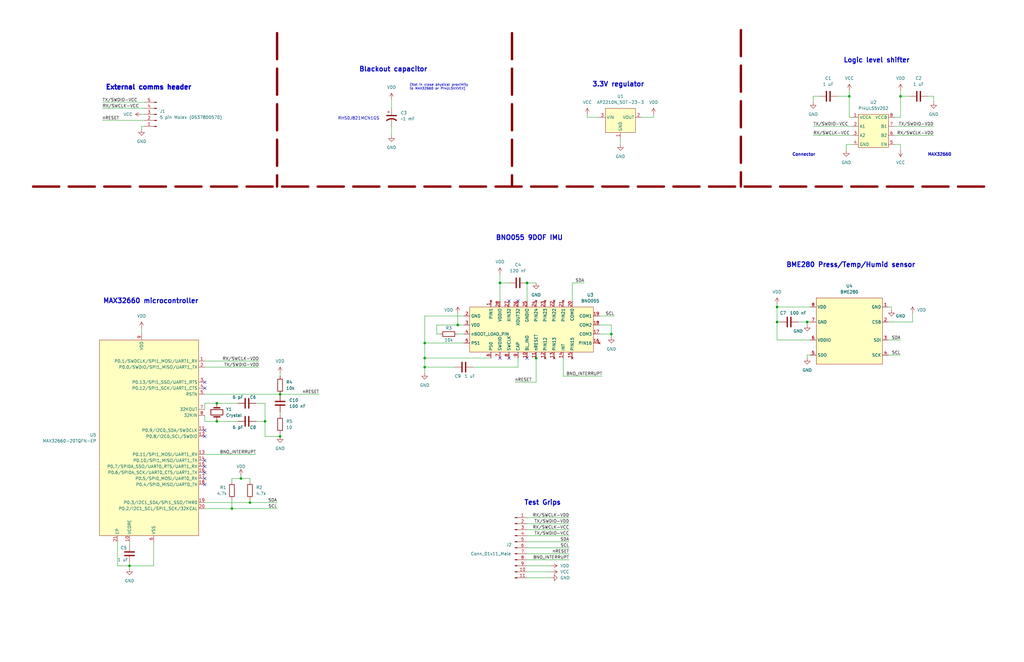
<source format=kicad_sch>
(kicad_sch (version 20211123) (generator eeschema)
  (paper "B")
  (title_block (title "Universal Kinematics Data Aquisition Board") (date "2023-02-23") (rev "2") (company "Lilypad Aerospace") (comment 1 "Public release: No") (comment 2 "Production:") (comment 3 "Approved by: ") (comment 4 "Engineer: Joseph Hayes"))
  (lib_symbols
    (symbol "Connector:Conn_01x05_Male" (pin_names (offset 1.016) hide)
      (property "Reference" "J" (at 0 7.62 0))
      (property "Value" "Conn_01x05_Male" (at 0 -7.62 0))
      (symbol "Conn_01x05_Male_1_1"
        (polyline (pts (xy 1.27 -5.08) (xy 0.8636 -5.08)) (stroke (width 0.1524)))
        (polyline (pts (xy 1.27 -2.54) (xy 0.8636 -2.54)) (stroke (width 0.1524)))
        (polyline (pts (xy 1.27 0) (xy 0.8636 0)) (stroke (width 0.1524)))
        (polyline (pts (xy 1.27 2.54) (xy 0.8636 2.54)) (stroke (width 0.1524)))
        (polyline (pts (xy 1.27 5.08) (xy 0.8636 5.08)) (stroke (width 0.1524)))
        (rectangle (start 0.8636 -4.953) (end 0 -5.207) (stroke (width 0.1524)) (fill (type outline)))
        (rectangle (start 0.8636 -2.413) (end 0 -2.667) (stroke (width 0.1524)) (fill (type outline)))
        (rectangle (start 0.8636 0.127) (end 0 -0.127) (stroke (width 0.1524)) (fill (type outline)))
        (rectangle (start 0.8636 2.667) (end 0 2.413) (stroke (width 0.1524)) (fill (type outline)))
        (rectangle (start 0.8636 5.207) (end 0 4.953) (stroke (width 0.1524)) (fill (type outline)))
        (pin passive line (at 5.08 5.08 180) (length 3.81) (name "Pin_1") (number "1"))
        (pin passive line (at 5.08 2.54 180) (length 3.81) (name "Pin_2") (number "2"))
        (pin passive line (at 5.08 0 180) (length 3.81) (name "Pin_3") (number "3"))
        (pin passive line (at 5.08 -2.54 180) (length 3.81) (name "Pin_4") (number "4"))
        (pin passive line (at 5.08 -5.08 180) (length 3.81) (name "Pin_5") (number "5"))
      )
    )
    (symbol "Connector:Conn_01x11_Male" (pin_names (offset 1.016) hide)
      (property "Reference" "J" (at 0 15.24 0))
      (property "Value" "Conn_01x11_Male" (at 0 -15.24 0))
      (symbol "Conn_01x11_Male_1_1"
        (polyline (pts (xy 1.27 -12.7) (xy 0.8636 -12.7)) (stroke (width 0.1524)))
        (polyline (pts (xy 1.27 -10.16) (xy 0.8636 -10.16)) (stroke (width 0.1524)))
        (polyline (pts (xy 1.27 -7.62) (xy 0.8636 -7.62)) (stroke (width 0.1524)))
        (polyline (pts (xy 1.27 -5.08) (xy 0.8636 -5.08)) (stroke (width 0.1524)))
        (polyline (pts (xy 1.27 -2.54) (xy 0.8636 -2.54)) (stroke (width 0.1524)))
        (polyline (pts (xy 1.27 0) (xy 0.8636 0)) (stroke (width 0.1524)))
        (polyline (pts (xy 1.27 2.54) (xy 0.8636 2.54)) (stroke (width 0.1524)))
        (polyline (pts (xy 1.27 5.08) (xy 0.8636 5.08)) (stroke (width 0.1524)))
        (polyline (pts (xy 1.27 7.62) (xy 0.8636 7.62)) (stroke (width 0.1524)))
        (polyline (pts (xy 1.27 10.16) (xy 0.8636 10.16)) (stroke (width 0.1524)))
        (polyline (pts (xy 1.27 12.7) (xy 0.8636 12.7)) (stroke (width 0.1524)))
        (rectangle (start 0.8636 -12.573) (end 0 -12.827) (stroke (width 0.1524)) (fill (type outline)))
        (rectangle (start 0.8636 -10.033) (end 0 -10.287) (stroke (width 0.1524)) (fill (type outline)))
        (rectangle (start 0.8636 -7.493) (end 0 -7.747) (stroke (width 0.1524)) (fill (type outline)))
        (rectangle (start 0.8636 -4.953) (end 0 -5.207) (stroke (width 0.1524)) (fill (type outline)))
        (rectangle (start 0.8636 -2.413) (end 0 -2.667) (stroke (width 0.1524)) (fill (type outline)))
        (rectangle (start 0.8636 0.127) (end 0 -0.127) (stroke (width 0.1524)) (fill (type outline)))
        (rectangle (start 0.8636 2.667) (end 0 2.413) (stroke (width 0.1524)) (fill (type outline)))
        (rectangle (start 0.8636 5.207) (end 0 4.953) (stroke (width 0.1524)) (fill (type outline)))
        (rectangle (start 0.8636 7.747) (end 0 7.493) (stroke (width 0.1524)) (fill (type outline)))
        (rectangle (start 0.8636 10.287) (end 0 10.033) (stroke (width 0.1524)) (fill (type outline)))
        (rectangle (start 0.8636 12.827) (end 0 12.573) (stroke (width 0.1524)) (fill (type outline)))
        (pin passive line (at 5.08 12.7 180) (length 3.81) (name "Pin_1") (number "1"))
        (pin passive line (at 5.08 -10.16 180) (length 3.81) (name "Pin_10") (number "10"))
        (pin passive line (at 5.08 -12.7 180) (length 3.81) (name "Pin_11") (number "11"))
        (pin passive line (at 5.08 10.16 180) (length 3.81) (name "Pin_2") (number "2"))
        (pin passive line (at 5.08 7.62 180) (length 3.81) (name "Pin_3") (number "3"))
        (pin passive line (at 5.08 5.08 180) (length 3.81) (name "Pin_4") (number "4"))
        (pin passive line (at 5.08 2.54 180) (length 3.81) (name "Pin_5") (number "5"))
        (pin passive line (at 5.08 0 180) (length 3.81) (name "Pin_6") (number "6"))
        (pin passive line (at 5.08 -2.54 180) (length 3.81) (name "Pin_7") (number "7"))
        (pin passive line (at 5.08 -5.08 180) (length 3.81) (name "Pin_8") (number "8"))
        (pin passive line (at 5.08 -7.62 180) (length 3.81) (name "Pin_9") (number "9"))
      )
    )
    (symbol "Device:C" (pin_numbers hide) (pin_names (offset 0.254))
      (property "Reference" "C" (at 0.635 2.54 0))
      (property "Value" "C" (at 0.635 -2.54 0))
      (symbol "C_0_1"
        (polyline (pts (xy -2.032 -0.762) (xy 2.032 -0.762)) (stroke (width 0.508)))
        (polyline (pts (xy -2.032 0.762) (xy 2.032 0.762)) (stroke (width 0.508)))
      )
      (symbol "C_1_1"
        (pin passive line (at 0 3.81 270) (length 2.794) (name "~") (number "1"))
        (pin passive line (at 0 -3.81 90) (length 2.794) (name "~") (number "2"))
      )
    )
    (symbol "Device:C_Polarized_US" (pin_numbers hide) (pin_names (offset 0.254) hide)
      (property "Reference" "C" (at 0.635 2.54 0))
      (property "Value" "C_Polarized_US" (at 0.635 -2.54 0))
      (symbol "C_Polarized_US_0_1"
        (polyline (pts (xy -2.032 0.762) (xy 2.032 0.762)) (stroke (width 0.508)))
        (polyline (pts (xy -1.778 2.286) (xy -0.762 2.286)))
        (polyline (pts (xy -1.27 1.778) (xy -1.27 2.794)))
        (arc (start 2.032 -1.27) (mid 0 -0.5572) (end -2.032 -1.27) (stroke (width 0.508)))
      )
      (symbol "C_Polarized_US_1_1"
        (pin passive line (at 0 3.81 270) (length 2.794) (name "~") (number "1"))
        (pin passive line (at 0 -3.81 90) (length 3.302) (name "~") (number "2"))
      )
    )
    (symbol "Device:Crystal" (pin_numbers hide) (pin_names (offset 1.016) hide)
      (property "Reference" "Y" (at 0 3.81 0))
      (property "Value" "Crystal" (at 0 -3.81 0))
      (symbol "Crystal_0_1"
        (rectangle (start -1.143 2.54) (end 1.143 -2.54) (stroke (width 0.3048)))
        (polyline (pts (xy -2.54 0) (xy -1.905 0)))
        (polyline (pts (xy -1.905 -1.27) (xy -1.905 1.27)) (stroke (width 0.508)))
        (polyline (pts (xy 1.905 -1.27) (xy 1.905 1.27)) (stroke (width 0.508)))
        (polyline (pts (xy 2.54 0) (xy 1.905 0)))
      )
      (symbol "Crystal_1_1"
        (pin passive line (at -3.81 0 0) (length 1.27) (name "1") (number "1"))
        (pin passive line (at 3.81 0 180) (length 1.27) (name "2") (number "2"))
      )
    )
    (symbol "Device:R" (pin_numbers hide) (pin_names (offset 0))
      (property "Reference" "R" (at 2.032 0 90))
      (property "Value" "R" (at 0 0 90))
      (symbol "R_0_1"
        (rectangle (start -1.016 -2.54) (end 1.016 2.54) (stroke (width 0.254)))
      )
      (symbol "R_1_1"
        (pin passive line (at 0 3.81 270) (length 1.27) (name "~") (number "1"))
        (pin passive line (at 0 -3.81 90) (length 1.27) (name "~") (number "2"))
      )
    )
    (symbol "Joseph:AP2210N_SOT-23-3"
      (property "Reference" "U" (at 6.35 -6.35 0))
      (property "Value" "AP2210N_SOT-23-3" (at 0 6.35 0))
      (symbol "AP2210N_SOT-23-3_0_0"
        (pin power_in line (at 0 -7.62 90) (length 2.54) (name "GND") (number "1"))
        (pin power_out line (at 8.89 1.27 180) (length 2.54) (name "VOUT") (number "2"))
        (pin power_out line (at -8.89 1.27 0) (length 2.54) (name "VIN") (number "3"))
      )
      (symbol "AP2210N_SOT-23-3_0_1"
        (rectangle (start -6.35 5.08) (end 6.35 -5.08) (fill (type background)))
      )
    )
    (symbol "Joseph:BME280"
      (property "Reference" "U4" (at 0 19.05 0))
      (property "Value" "BME280" (at 0 16.51 0))
      (symbol "BME280_0_0"
        (pin power_in line (at 16.51 10.16 180) (length 2.54) (name "GND") (number "1"))
        (pin input line (at 16.51 3.81 180) (length 2.54) (name "CSB") (number "2"))
        (pin input line (at 16.51 -3.81 180) (length 2.54) (name "SDI") (number "3"))
        (pin input line (at 16.51 -10.16 180) (length 2.54) (name "SCK") (number "4"))
        (pin power_out line (at -16.51 -10.16 0) (length 2.54) (name "SDO") (number "5"))
        (pin power_in line (at -16.51 -3.81 0) (length 2.54) (name "VDDIO") (number "6"))
        (pin power_in line (at -16.51 3.81 0) (length 2.54) (name "GND") (number "7"))
        (pin power_in line (at -16.51 10.16 0) (length 2.54) (name "VDD") (number "8"))
      )
      (symbol "BME280_0_1"
        (rectangle (start -13.97 13.97) (end 13.97 -13.97) (fill (type background)))
      )
    )
    (symbol "Joseph:BNO055"
      (property "Reference" "U3" (at 25.4 13.97 0))
      (property "Value" "BNO055" (at 25.4 11.43 0))
      (symbol "BNO055_0_0"
        (pin no_connect line (at -16.51 11.43 270) (length 2.54) (name "PIN1") (number "1"))
        (pin output line (at -1.27 -12.7 90) (length 2.54) (name "BL_IND") (number "10"))
        (pin free line (at 2.54 -12.7 90) (length 2.54) (name "nRESET") (number "11"))
        (pin no_connect line (at 6.35 -12.7 90) (length 2.54) (name "PIN12") (number "12"))
        (pin no_connect line (at 10.16 -12.7 90) (length 2.54) (name "PIN13") (number "13"))
        (pin output line (at 13.97 -12.7 90) (length 2.54) (name "INT") (number "14"))
        (pin no_connect line (at 17.78 -12.7 90) (length 2.54) (name "PIN15") (number "15"))
        (pin no_connect line (at 29.21 -6.35 180) (length 2.54) (name "PIN16") (number "16"))
        (pin input line (at 29.21 -2.54 180) (length 2.54) (name "COM3") (number "17"))
        (pin bidirectional line (at 29.21 1.27 180) (length 2.54) (name "COM2") (number "18"))
        (pin bidirectional line (at 29.21 5.08 180) (length 2.54) (name "COM1") (number "19"))
        (pin power_out line (at -27.94 5.08 0) (length 2.54) (name "GND") (number "2"))
        (pin bidirectional line (at 17.78 11.43 270) (length 2.54) (name "COM0") (number "20"))
        (pin no_connect line (at 13.97 11.43 270) (length 2.54) (name "PIN21") (number "21"))
        (pin no_connect line (at 10.16 11.43 270) (length 2.54) (name "PIN22") (number "22"))
        (pin no_connect line (at 6.35 11.43 270) (length 2.54) (name "PIN23") (number "23"))
        (pin no_connect line (at 2.54 11.43 270) (length 2.54) (name "PIN24") (number "24"))
        (pin power_in line (at -1.27 11.43 270) (length 2.54) (name "GNDIO") (number "25"))
        (pin output line (at -5.08 11.43 270) (length 2.54) (name "XOUT32") (number "26"))
        (pin input line (at -8.89 11.43 270) (length 2.54) (name "XIN32") (number "27"))
        (pin power_in line (at -12.7 11.43 270) (length 2.54) (name "VDDIO") (number "28"))
        (pin power_in line (at -27.94 1.27 0) (length 2.54) (name "VDD") (number "3"))
        (pin input line (at -27.94 -2.54 0) (length 2.54) (name "nBOOT_LOAD_PIN") (number "4"))
        (pin input line (at -27.94 -6.35 0) (length 2.54) (name "PS1") (number "5"))
        (pin input line (at -16.51 -12.7 90) (length 2.54) (name "PS0") (number "6"))
        (pin bidirectional line (at -12.7 -12.7 90) (length 2.54) (name "SWDIO") (number "7"))
        (pin input line (at -8.89 -12.7 90) (length 2.54) (name "SWCLK") (number "8"))
        (pin free line (at -5.08 -12.7 90) (length 2.54) (name "CAP") (number "9"))
      )
      (symbol "BNO055_0_1"
        (rectangle (start -25.4 8.89) (end 26.67 -10.16) (fill (type background)))
      )
    )
    (symbol "Joseph:MAX32660-20TQFN-EP"
      (property "Reference" "U5" (at -22.86 1.9051 0))
      (property "Value" "MAX32660-20TQFN-EP" (at -22.86 -0.6349 0))
      (symbol "MAX32660-20TQFN-EP_0_0"
        (pin unspecified line (at 22.86 33.02 180) (length 2.54) (name "P0.1/SWDCLK/SPI1_MOSI/UART1_RX") (number "1"))
        (pin power_out line (at -8.89 -43.18 90) (length 2.54) (name "VCORE") (number "10"))
        (pin unspecified line (at 22.86 3.81 180) (length 2.54) (name "P0.9/I2C0_SDA/SWDCLK") (number "11"))
        (pin unspecified line (at 22.86 1.27 180) (length 2.54) (name "P0.8/I2C0_SCL/SWDIO") (number "12"))
        (pin unspecified line (at 22.86 -6.35 180) (length 2.54) (name "P0.11/SPI1_MOSI/UART1_RX") (number "13"))
        (pin unspecified line (at 22.86 -8.89 180) (length 2.54) (name "P0.10/SPI1_MISO/UART1_TX") (number "14"))
        (pin unspecified line (at 22.86 -11.43 180) (length 2.54) (name "P0.7/SPI0A_SSO/UART0_RTS/UART1_RX") (number "15"))
        (pin unspecified line (at 22.86 -13.97 180) (length 2.54) (name "P0.6/SPI0A_SCK/UART0_CTS/UART1_TX") (number "16"))
        (pin unspecified line (at 22.86 -16.51 180) (length 2.54) (name "P0.5/SPI0_MOSI/UART0_RX") (number "17"))
        (pin unspecified line (at 22.86 -19.05 180) (length 2.54) (name "P0.4/SPI0_MISO/UART0_TX") (number "18"))
        (pin unspecified line (at 22.86 -26.67 180) (length 2.54) (name "P0.3/I2C1_SDA/SPI1_SSO/TMR0") (number "19"))
        (pin unspecified line (at 22.86 30.48 180) (length 2.54) (name "P0.0/SWDIO/SPI1_MISO/UART1_TX") (number "2"))
        (pin unspecified line (at 22.86 -29.21 180) (length 2.54) (name "P0.2/I2C1_SCL/SPI1_SCK/32KCAL") (number "20"))
        (pin unspecified line (at -13.97 -43.18 90) (length 2.54) (name "EP") (number "21"))
        (pin unspecified line (at 22.86 24.13 180) (length 2.54) (name "P0.13/SPI1_SSO/UART1_RTS") (number "3"))
        (pin unspecified line (at 22.86 21.59 180) (length 2.54) (name "P0.12/SPI1_SCK/UART1_CTS") (number "4"))
        (pin unspecified line (at 22.86 19.05 180) (length 2.54) (name "RSTN") (number "5"))
        (pin power_in line (at 1.27 -43.18 90) (length 2.54) (name "VSS") (number "6"))
        (pin unspecified line (at 22.86 12.7 180) (length 2.54) (name "32KOUT") (number "7"))
        (pin unspecified line (at 22.86 10.16 180) (length 2.54) (name "32KIN") (number "8"))
        (pin power_in line (at -3.81 44.45 270) (length 2.54) (name "VDD") (number "9"))
      )
      (symbol "MAX32660-20TQFN-EP_0_1"
        (rectangle (start -21.59 41.91) (end 20.32 -40.64) (fill (type background)))
      )
    )
    (symbol "Joseph:PI4ULS5V202"
      (property "Reference" "U" (at 0 -8.89 0))
      (property "Value" "PI4ULS5V202" (at 0 8.89 0))
      (symbol "PI4ULS5V202_0_0"
        (pin unspecified line (at -8.89 6.35 0) (length 2.54) (name "VCCA") (number "1"))
        (pin unspecified line (at -8.89 2.54 0) (length 2.54) (name "A1") (number "2"))
        (pin unspecified line (at -8.89 -1.27 0) (length 2.54) (name "A2") (number "3"))
        (pin unspecified line (at -8.89 -5.08 0) (length 2.54) (name "GND") (number "4"))
        (pin unspecified line (at 8.89 -5.08 180) (length 2.54) (name "EN") (number "5"))
        (pin unspecified line (at 8.89 -1.27 180) (length 2.54) (name "B2") (number "6"))
        (pin unspecified line (at 8.89 2.54 180) (length 2.54) (name "B1") (number "7"))
        (pin unspecified line (at 8.89 6.35 180) (length 2.54) (name "VCCB") (number "8"))
      )
      (symbol "PI4ULS5V202_0_1"
        (rectangle (start -6.35 7.62) (end 6.35 -6.35) (fill (type background)))
      )
    )
    (symbol "power:GND" (power) (pin_names (offset 0))
      (property "Value" "GND" (at 0 -3.81 0))
      (symbol "GND_0_1"
        (polyline (pts (xy 0 0) (xy 0 -1.27) (xy 1.27 -1.27) (xy 0 -2.54) (xy -1.27 -1.27) (xy 0 -1.27)))
      )
      (symbol "GND_1_1"
        (pin power_in line (at 0 0 270) (length 0) hide (name "GND") (number "1"))
      )
    )
    (symbol "power:VCC" (power) (pin_names (offset 0))
      (property "Value" "VCC" (at 0 3.81 0))
      (symbol "VCC_0_1"
        (polyline (pts (xy -0.762 1.27) (xy 0 2.54)))
        (polyline (pts (xy 0 0) (xy 0 2.54)))
        (polyline (pts (xy 0 2.54) (xy 0.762 1.27)))
      )
      (symbol "VCC_1_1"
        (pin power_in line (at 0 0 90) (length 0) hide (name "VCC") (number "1"))
      )
    )
    (symbol "power:VDD" (power) (pin_names (offset 0))
      (property "Value" "VDD" (at 0 3.81 0))
      (symbol "VDD_0_1"
        (polyline (pts (xy -0.762 1.27) (xy 0 2.54)))
        (polyline (pts (xy 0 0) (xy 0 2.54)))
        (polyline (pts (xy 0 2.54) (xy 0.762 1.27)))
      )
      (symbol "VDD_1_1"
        (pin power_in line (at 0 0 90) (length 0) hide (name "VDD") (number "1"))
      )
    )
  )
  (junction (at 327.66 135.89))
  (junction (at 91.44 177.8))
  (junction (at 179.07 144.78))
  (junction (at 101.6 201.93))
  (junction (at 118.11 184.15))
  (junction (at 97.79 214.63))
  (junction (at 54.61 238.76))
  (junction (at 358.14 40.64))
  (junction (at 222.25 119.38))
  (junction (at 340.36 135.89))
  (junction (at 179.07 154.94))
  (junction (at 105.41 212.09))
  (junction (at 111.76 177.8))
  (junction (at 379.73 40.64))
  (junction (at 118.11 166.37))
  (junction (at 327.66 129.54))
  (junction (at 226.06 151.13))
  (junction (at 179.07 151.13))
  (junction (at 210.82 119.38))
  (junction (at 193.04 137.16))
  (junction (at 91.44 170.18))
  (junction (at 257.81 140.97))
  (no_connect (at 86.36 199.39))
  (no_connect (at 86.36 196.85))
  (no_connect (at 86.36 194.31))
  (no_connect (at 86.36 201.93))
  (no_connect (at 86.36 204.47))
  (no_connect (at 86.36 181.61))
  (no_connect (at 86.36 184.15))
  (no_connect (at 214.63 151.13))
  (no_connect (at 222.25 151.13))
  (no_connect (at 218.44 127))
  (no_connect (at 214.63 127))
  (no_connect (at 210.82 151.13))
  (no_connect (at 86.36 163.83))
  (no_connect (at 86.36 161.29))
  (wire (pts (xy 237.49 158.75) (xy 254 158.75)))
  (wire (pts (xy 179.07 144.78) (xy 179.07 151.13)))
  (wire (pts (xy 101.6 201.93) (xy 105.41 201.93)))
  (wire (pts (xy 377.19 49.53) (xy 379.73 49.53)))
  (wire (pts (xy 184.15 137.16) (xy 193.04 137.16)))
  (wire (pts (xy 222.25 127) (xy 222.25 119.38)))
  (wire (pts (xy 222.25 218.44) (xy 240.03 218.44)))
  (wire (pts (xy 270.51 49.53) (xy 275.59 49.53)))
  (wire (pts (xy 49.53 228.6) (xy 49.53 238.76)))
  (wire (pts (xy 237.49 151.13) (xy 237.49 158.75)))
  (wire (pts (xy 43.18 43.18) (xy 60.96 43.18)))
  (wire (pts (xy 340.36 149.86) (xy 340.36 151.13)))
  (wire (pts (xy 222.25 231.14) (xy 240.03 231.14)))
  (wire (pts (xy 193.04 140.97) (xy 195.58 140.97)))
  (wire (pts (xy 374.65 149.86) (xy 379.73 149.86)))
  (wire (pts (xy 165.1 41.91) (xy 165.1 45.72)))
  (wire (pts (xy 107.95 170.18) (xy 111.76 170.18)))
  (wire (pts (xy 252.73 137.16) (xy 257.81 137.16)))
  (polyline (pts (xy 116.84 13.97) (xy 116.84 78.74)) (stroke (width 1) (color 132 0 0 1)))
  (wire (pts (xy 165.1 53.34) (xy 165.1 57.15)))
  (wire (pts (xy 241.3 119.38) (xy 246.38 119.38)))
  (wire (pts (xy 391.16 40.64) (xy 393.7 40.64)))
  (wire (pts (xy 111.76 177.8) (xy 107.95 177.8)))
  (wire (pts (xy 111.76 184.15) (xy 118.11 184.15)))
  (wire (pts (xy 377.19 53.34) (xy 393.7 53.34)))
  (wire (pts (xy 375.92 129.54) (xy 375.92 130.81)))
  (wire (pts (xy 86.36 172.72) (xy 86.36 170.18)))
  (wire (pts (xy 49.53 238.76) (xy 54.61 238.76)))
  (wire (pts (xy 384.81 135.89) (xy 384.81 132.08)))
  (wire (pts (xy 222.25 243.84) (xy 232.41 243.84)))
  (wire (pts (xy 327.66 129.54) (xy 327.66 128.27)))
  (wire (pts (xy 374.65 129.54) (xy 375.92 129.54)))
  (wire (pts (xy 60.96 53.34) (xy 59.69 53.34)))
  (polyline (pts (xy 215.9 13.97) (xy 215.9 78.74)) (stroke (width 1) (color 132 0 0 1)))
  (wire (pts (xy 118.11 182.88) (xy 118.11 184.15)))
  (wire (pts (xy 193.04 132.08) (xy 193.04 137.16)))
  (wire (pts (xy 86.36 212.09) (xy 105.41 212.09)))
  (wire (pts (xy 336.55 135.89) (xy 340.36 135.89)))
  (wire (pts (xy 379.73 38.1) (xy 379.73 40.64)))
  (wire (pts (xy 43.18 50.8) (xy 60.96 50.8)))
  (wire (pts (xy 105.41 201.93) (xy 105.41 203.2)))
  (wire (pts (xy 64.77 228.6) (xy 64.77 238.76)))
  (wire (pts (xy 54.61 237.49) (xy 54.61 238.76)))
  (wire (pts (xy 86.36 177.8) (xy 91.44 177.8)))
  (wire (pts (xy 210.82 115.57) (xy 210.82 119.38)))
  (wire (pts (xy 252.73 133.35) (xy 259.08 133.35)))
  (wire (pts (xy 184.15 140.97) (xy 184.15 137.16)))
  (wire (pts (xy 91.44 170.18) (xy 100.33 170.18)))
  (wire (pts (xy 374.65 143.51) (xy 379.73 143.51)))
  (wire (pts (xy 377.19 60.96) (xy 379.73 60.96)))
  (wire (pts (xy 356.87 60.96) (xy 356.87 63.5)))
  (wire (pts (xy 111.76 170.18) (xy 111.76 177.8)))
  (wire (pts (xy 222.25 223.52) (xy 240.03 223.52)))
  (wire (pts (xy 179.07 133.35) (xy 179.07 144.78)))
  (wire (pts (xy 257.81 142.24) (xy 257.81 140.97)))
  (wire (pts (xy 43.18 45.72) (xy 60.96 45.72)))
  (wire (pts (xy 86.36 191.77) (xy 107.95 191.77)))
  (wire (pts (xy 59.69 53.34) (xy 59.69 54.61)))
  (wire (pts (xy 341.63 135.89) (xy 340.36 135.89)))
  (wire (pts (xy 247.65 49.53) (xy 247.65 48.26)))
  (wire (pts (xy 86.36 154.94) (xy 109.22 154.94)))
  (wire (pts (xy 226.06 148.59) (xy 226.06 151.13)))
  (wire (pts (xy 252.73 49.53) (xy 247.65 49.53)))
  (wire (pts (xy 328.93 135.89) (xy 327.66 135.89)))
  (wire (pts (xy 379.73 40.64) (xy 379.73 49.53)))
  (wire (pts (xy 359.41 49.53) (xy 358.14 49.53)))
  (wire (pts (xy 111.76 177.8) (xy 111.76 184.15)))
  (wire (pts (xy 218.44 154.94) (xy 199.39 154.94)))
  (wire (pts (xy 59.69 48.26) (xy 60.96 48.26)))
  (wire (pts (xy 327.66 143.51) (xy 327.66 135.89)))
  (wire (pts (xy 340.36 135.89) (xy 340.36 137.16)))
  (wire (pts (xy 179.07 154.94) (xy 179.07 157.48)))
  (wire (pts (xy 217.17 161.29) (xy 226.06 161.29)))
  (wire (pts (xy 327.66 129.54) (xy 341.63 129.54)))
  (wire (pts (xy 327.66 135.89) (xy 327.66 129.54)))
  (wire (pts (xy 179.07 151.13) (xy 179.07 154.94)))
  (wire (pts (xy 342.9 40.64) (xy 342.9 43.18)))
  (wire (pts (xy 97.79 210.82) (xy 97.79 214.63)))
  (wire (pts (xy 222.25 238.76) (xy 232.41 238.76)))
  (wire (pts (xy 222.25 226.06) (xy 240.03 226.06)))
  (wire (pts (xy 222.25 236.22) (xy 240.03 236.22)))
  (wire (pts (xy 358.14 40.64) (xy 358.14 38.1)))
  (wire (pts (xy 358.14 49.53) (xy 358.14 40.64)))
  (wire (pts (xy 210.82 119.38) (xy 214.63 119.38)))
  (wire (pts (xy 222.25 119.38) (xy 226.06 119.38)))
  (wire (pts (xy 105.41 212.09) (xy 116.84 212.09)))
  (wire (pts (xy 91.44 177.8) (xy 100.33 177.8)))
  (wire (pts (xy 179.07 133.35) (xy 195.58 133.35)))
  (wire (pts (xy 222.25 220.98) (xy 240.03 220.98)))
  (wire (pts (xy 195.58 137.16) (xy 193.04 137.16)))
  (wire (pts (xy 275.59 49.53) (xy 275.59 48.26)))
  (wire (pts (xy 359.41 60.96) (xy 356.87 60.96)))
  (wire (pts (xy 97.79 201.93) (xy 101.6 201.93)))
  (wire (pts (xy 226.06 151.13) (xy 226.06 161.29)))
  (wire (pts (xy 118.11 157.48) (xy 118.11 158.75)))
  (wire (pts (xy 59.69 138.43) (xy 59.69 140.97)))
  (wire (pts (xy 218.44 151.13) (xy 218.44 154.94)))
  (wire (pts (xy 86.36 166.37) (xy 118.11 166.37)))
  (wire (pts (xy 118.11 166.37) (xy 134.62 166.37)))
  (wire (pts (xy 118.11 173.99) (xy 118.11 175.26)))
  (polyline (pts (xy 312.42 12.7) (xy 312.42 78.74)) (stroke (width 1) (color 132 0 0 1)))
  (wire (pts (xy 222.25 241.3) (xy 232.41 241.3)))
  (wire (pts (xy 185.42 140.97) (xy 184.15 140.97)))
  (wire (pts (xy 222.25 228.6) (xy 240.03 228.6)))
  (wire (pts (xy 179.07 154.94) (xy 191.77 154.94)))
  (wire (pts (xy 252.73 140.97) (xy 257.81 140.97)))
  (wire (pts (xy 86.36 175.26) (xy 86.36 177.8)))
  (wire (pts (xy 179.07 151.13) (xy 207.01 151.13)))
  (wire (pts (xy 54.61 228.6) (xy 54.61 229.87)))
  (wire (pts (xy 341.63 149.86) (xy 340.36 149.86)))
  (wire (pts (xy 105.41 210.82) (xy 105.41 212.09)))
  (wire (pts (xy 222.25 233.68) (xy 240.03 233.68)))
  (wire (pts (xy 374.65 135.89) (xy 384.81 135.89)))
  (wire (pts (xy 86.36 152.4) (xy 109.22 152.4)))
  (wire (pts (xy 261.62 58.42) (xy 261.62 60.96)))
  (wire (pts (xy 54.61 238.76) (xy 54.61 240.03)))
  (wire (pts (xy 393.7 40.64) (xy 393.7 43.18)))
  (polyline (pts (xy 13.97 78.74) (xy 417.83 78.74)) (stroke (width 1) (color 132 0 0 1)))
  (wire (pts (xy 379.73 60.96) (xy 379.73 63.5)))
  (wire (pts (xy 54.61 238.76) (xy 64.77 238.76)))
  (wire (pts (xy 179.07 144.78) (xy 195.58 144.78)))
  (wire (pts (xy 97.79 203.2) (xy 97.79 201.93)))
  (wire (pts (xy 379.73 40.64) (xy 383.54 40.64)))
  (wire (pts (xy 210.82 119.38) (xy 210.82 127)))
  (wire (pts (xy 241.3 127) (xy 241.3 119.38)))
  (wire (pts (xy 97.79 214.63) (xy 116.84 214.63)))
  (wire (pts (xy 101.6 200.66) (xy 101.6 201.93)))
  (wire (pts (xy 345.44 40.64) (xy 342.9 40.64)))
  (wire (pts (xy 353.06 40.64) (xy 358.14 40.64)))
  (wire (pts (xy 377.19 57.15) (xy 393.7 57.15)))
  (wire (pts (xy 342.9 57.15) (xy 359.41 57.15)))
  (wire (pts (xy 342.9 53.34) (xy 359.41 53.34)))
  (wire (pts (xy 86.36 214.63) (xy 97.79 214.63)))
  (wire (pts (xy 341.63 143.51) (xy 327.66 143.51)))
  (wire (pts (xy 86.36 170.18) (xy 91.44 170.18)))
  (wire (pts (xy 257.81 137.16) (xy 257.81 140.97)))
  (text "(Not in close physical proximity \nto MAX32660 or PI4ULSVXVEX)" (at 172.72 38.1 0) (effects (font (size 1 1)) (justify left bottom)))
  (text "MAX32660" (at 391.16 66.04 0) (effects (font (size 1.27 1.27) bold) (justify left bottom)))
  (text "Connector" (at 334.01 66.04 0) (effects (font (size 1.27 1.27) bold) (justify left bottom)))
  (text "BME280 Press/Temp/Humid sensor" (at 386.08 113.03 180) (effects (font (size 2 2) bold) (justify right bottom)))
  (text "External comms header" (at 44.45 38.1 0) (effects (font (size 2 2) (thickness 0.8) bold) (justify left bottom)))
  (text "MAX32660 microcontroller" (at 83.82 128.27 180) (effects (font (size 2 2) (thickness 0.4) bold) (justify right bottom)))
  (text "RHS0J821MCN1GS" (at 160.02 50.8 180) (effects (font (size 1.27 1.27)) (justify right bottom)))
  (text "Logic level shifter" (at 355.6 26.67 0) (effects (font (size 2 2) (thickness 0.4) bold) (justify left bottom)))
  (text "3.3V regulator" (at 271.78 36.83 180) (effects (font (size 2 2) bold) (justify right bottom)))
  (text "Test Grips" (at 220.98 213.36 0) (effects (font (size 2 2) (thickness 0.4) bold) (justify left bottom)))
  (text "Blackout capacitor" (at 180.34 30.48 180) (effects (font (size 2 2) bold) (justify right bottom)))
  (text "BNO055 9DOF IMU" (at 237.49 101.6 180) (effects (font (size 2 2) (thickness 0.4) bold) (justify right bottom)))
  (label "RX{slash}SWCLK-VDD" (at 109.22 152.4 180))
  (label "SCL" (at 240.03 231.14 180))
  (label "BNO_INTERRUPT" (at 254 158.75 180))
  (label "TX{slash}SWDIO-VDD" (at 109.22 154.94 180))
  (label "nRESET" (at 43.18 50.8 0))
  (label "SDA" (at 379.73 143.51 180))
  (label "RX{slash}SWCLK-VCC" (at 342.9 57.15 0))
  (label "SDA" (at 246.38 119.38 180))
  (label "RX{slash}SWCLK-VCC" (at 43.18 45.72 0))
  (label "RX{slash}SWCLK-VCC" (at 240.03 223.52 180))
  (label "SDA" (at 116.84 212.09 180))
  (label "nRESET" (at 134.62 166.37 180))
  (label "nRESET" (at 217.17 161.29 0))
  (label "SCL" (at 259.08 133.35 180))
  (label "SCL" (at 379.73 149.86 180))
  (label "TX{slash}SWDIO-VCC" (at 43.18 43.18 0))
  (label "SDA" (at 240.03 228.6 180))
  (label "BNO_INTERRUPT" (at 240.03 236.22 180))
  (label "TX{slash}SWDIO-VDD" (at 393.7 53.34 180))
  (label "TX{slash}SWDIO-VCC" (at 342.9 53.34 0))
  (label "TX{slash}SWDIO-VDD" (at 240.03 220.98 180))
  (label "nRESET" (at 240.03 233.68 180))
  (label "RX{slash}SWCLK-VDD" (at 240.03 218.44 180))
  (label "BNO_INTERRUPT" (at 107.95 191.77 180))
  (label "SCL" (at 116.84 214.63 180))
  (label "RX{slash}SWCLK-VDD" (at 393.7 57.15 180))
  (label "TX{slash}SWDIO-VCC" (at 240.03 226.06 180))
  (symbol (lib_id "power:GND") (at 59.69 54.61 0) (unit 1)
    (property "Reference" "#PWR09" (effects hide))
    (property "Value" "GND" (at 59.69 59.69 0))
  )
  (symbol (lib_id "power:VDD") (at 165.1 41.91 0) (unit 1)
    (property "Reference" "#PWR03" (effects hide))
    (property "Value" "VDD" (at 165.1 36.83 0))
  )
  (symbol (lib_id "Joseph:AP2210N_SOT-23-3") (at 261.62 50.8 0) (unit 1)
    (property "Reference" "U1" (at 261.62 40.64 0))
    (property "Value" "AP2210N_SOT-23-3" (at 261.62 43.18 0))
    (property "Footprint" "Package_TO_SOT_SMD:SOT-23" (effects hide))
  )
  (symbol (lib_id "Device:R") (at 105.41 207.01 0) (unit 1)
    (property "Reference" "R2" (at 107.95 205.7399 0) (effects (justify left)))
    (property "Value" "4.7k" (at 107.95 208.2799 0) (effects (justify left)))
    (property "Footprint" "Resistor_SMD:R_0402_1005Metric" (effects hide))
  )
  (symbol (lib_id "Connector:Conn_01x05_Male") (at 66.04 48.26 180) (unit 1)
    (property "Reference" "J1" (at 67.31 46.9899 0) (effects (justify right)))
    (property "Value" "5 pin Molex (0537800570)" (at 67.31 49.5299 0) (effects (justify right)))
    (property "Footprint" "Connector_PinHeader_2.54mm:PinHeader_1x05_P2.54mm_Vertical" (effects hide))
  )
  (symbol (lib_id "power:GND") (at 232.41 243.84 90) (unit 1)
    (property "Reference" "#PWR024" (effects hide))
    (property "Value" "GND" (at 236.22 243.8399 90) (effects (justify right)))
  )
  (symbol (lib_id "power:GND") (at 375.92 130.81 0) (unit 1)
    (property "Reference" "#PWR020" (effects hide))
    (property "Value" "GND" (at 379.73 133.35 0))
  )
  (symbol (lib_id "power:VDD") (at 379.73 38.1 0) (unit 1)
    (property "Reference" "#PWR02" (effects hide))
    (property "Value" "VDD" (at 379.73 33.02 0))
  )
  (symbol (lib_id "Device:C") (at 387.35 40.64 90) (unit 1)
    (property "Reference" "C2" (at 387.35 33.02 90))
    (property "Value" "1 uF" (at 387.35 35.56 90))
    (property "Footprint" "Capacitor_SMD:C_0603_1608Metric" (effects hide))
  )
  (symbol (lib_id "Device:C") (at 218.44 119.38 90) (unit 1)
    (property "Reference" "C4" (at 218.44 111.76 90))
    (property "Value" "120 nF" (at 218.44 114.3 90))
    (property "Footprint" "Capacitor_SMD:C_0603_1608Metric" (effects hide))
  )
  (symbol (lib_id "Joseph:BNO055") (at 223.52 138.43 0) (unit 1)
    (property "Reference" "U3" (at 248.92 124.46 0))
    (property "Value" "BNO055" (at 248.92 127 0))
    (property "Footprint" "Joseph:LGA28R50P4X10_380X520X100" (effects hide))
  )
  (symbol (lib_id "power:VCC") (at 379.73 63.5 180) (unit 1)
    (property "Reference" "#PWR013" (effects hide))
    (property "Value" "VCC" (at 379.73 68.58 0))
  )
  (symbol (lib_id "power:VDD") (at 193.04 132.08 0) (unit 1)
    (property "Reference" "#PWR019" (effects hide))
    (property "Value" "VDD" (at 189.23 130.81 0))
  )
  (symbol (lib_id "power:GND") (at 356.87 63.5 0) (unit 1)
    (property "Reference" "#PWR012" (effects hide))
    (property "Value" "GND" (at 356.87 68.58 0))
  )
  (symbol (lib_id "power:VDD") (at 327.66 128.27 0) (unit 1)
    (property "Reference" "#PWR018" (effects hide))
    (property "Value" "VDD" (at 327.66 123.19 0))
  )
  (symbol (lib_id "power:GND") (at 118.11 184.15 0) (unit 1)
    (property "Reference" "#PWR0101" (effects hide))
    (property "Value" "GND" (at 118.11 189.23 0))
  )
  (symbol (lib_id "power:GND") (at 54.61 240.03 0) (unit 1)
    (property "Reference" "#PWR0102" (effects hide))
    (property "Value" "GND" (at 54.61 245.11 0))
  )
  (symbol (lib_id "Device:R") (at 118.11 179.07 0) (unit 1)
    (property "Reference" "R5" (at 120.65 177.7999 0) (effects (justify left)))
    (property "Value" "10" (at 120.65 180.3399 0) (effects (justify left)))
    (property "Footprint" "Resistor_SMD:R_0402_1005Metric" (effects hide))
  )
  (symbol (lib_id "power:VDD") (at 59.69 138.43 0) (unit 1)
    (property "Reference" "#PWR0104" (effects hide))
    (property "Value" "VDD" (at 59.69 133.35 0))
  )
  (symbol (lib_id "power:VDD") (at 101.6 200.66 0) (unit 1)
    (property "Reference" "#PWR0103" (effects hide))
    (property "Value" "VDD" (at 101.6 196.85 0))
  )
  (symbol (lib_id "Device:C") (at 54.61 233.68 0) (unit 1)
    (property "Reference" "C5" (at 50.8 231.14 0) (effects (justify left)))
    (property "Value" "1 uF" (at 49.53 236.22 0) (effects (justify left)))
    (property "Footprint" "Capacitor_SMD:C_0603_1608Metric" (effects hide))
  )
  (symbol (lib_id "power:VDD") (at 210.82 115.57 0) (unit 1)
    (property "Reference" "#PWR015" (effects hide))
    (property "Value" "VDD" (at 210.82 110.49 0))
  )
  (symbol (lib_id "power:GND") (at 340.36 151.13 0) (unit 1)
    (property "Reference" "#PWR025" (effects hide))
    (property "Value" "GND" (at 340.36 156.21 0))
  )
  (symbol (lib_id "Joseph:PI4ULS5V202") (at 368.3 55.88 0) (unit 1)
    (property "Reference" "U2" (at 368.3 43.18 0))
    (property "Value" "PI4ULS5V202" (at 368.3 45.72 0))
    (property "Footprint" "Joseph:MSOP-8" (effects hide))
  )
  (symbol (lib_id "Device:C") (at 349.25 40.64 90) (unit 1)
    (property "Reference" "C1" (at 349.25 33.02 90))
    (property "Value" "1 uF" (at 349.25 35.56 90))
    (property "Footprint" "Capacitor_SMD:C_0603_1608Metric" (effects hide))
  )
  (symbol (lib_id "power:GND") (at 257.81 142.24 0) (unit 1)
    (property "Reference" "#PWR023" (effects hide))
    (property "Value" "GND" (at 257.81 147.32 0))
  )
  (symbol (lib_id "power:VCC") (at 247.65 48.26 0) (unit 1)
    (property "Reference" "#PWR07" (effects hide))
    (property "Value" "VCC" (at 247.65 43.18 0))
  )
  (symbol (lib_id "power:VDD") (at 275.59 48.26 0) (unit 1)
    (property "Reference" "#PWR08" (effects hide))
    (property "Value" "VDD" (at 275.59 43.18 0))
  )
  (symbol (lib_id "power:VDD") (at 232.41 238.76 270) (unit 1)
    (property "Reference" "#PWR014" (effects hide))
    (property "Value" "VDD" (at 236.22 238.7599 90) (effects (justify left)))
  )
  (symbol (lib_id "Device:C") (at 118.11 170.18 0) (unit 1)
    (property "Reference" "C10" (at 121.92 168.9099 0) (effects (justify left)))
    (property "Value" "100 nF" (at 121.92 171.4499 0) (effects (justify left)))
    (property "Footprint" "Capacitor_SMD:C_0603_1608Metric" (effects hide))
  )
  (symbol (lib_id "Device:R") (at 97.79 207.01 0) (unit 1)
    (property "Reference" "R1" (at 92.71 205.74 0) (effects (justify left)))
    (property "Value" "4.7k" (at 91.44 208.28 0) (effects (justify left)))
    (property "Footprint" "Resistor_SMD:R_0402_1005Metric" (effects hide))
  )
  (symbol (lib_id "power:GND") (at 165.1 57.15 0) (unit 1)
    (property "Reference" "#PWR010" (effects hide))
    (property "Value" "GND" (at 165.1 62.23 0))
  )
  (symbol (lib_id "Device:C") (at 195.58 154.94 90) (unit 1)
    (property "Reference" "C9" (at 193.04 158.75 90))
    (property "Value" "1 uF" (at 198.12 158.75 90))
    (property "Footprint" "Capacitor_SMD:C_0603_1608Metric" (effects hide))
  )
  (symbol (lib_id "power:GND") (at 342.9 43.18 0) (unit 1)
    (property "Reference" "#PWR04" (effects hide))
    (property "Value" "GND" (at 342.9 48.26 0))
  )
  (symbol (lib_id "Device:C") (at 104.14 177.8 90) (unit 1)
    (property "Reference" "C8" (at 106.68 180.34 90))
    (property "Value" "6 pF" (at 100.33 180.34 90))
    (property "Footprint" "Capacitor_SMD:C_0603_1608Metric" (effects hide))
  )
  (symbol (lib_id "Device:C_Polarized_US") (at 165.1 49.53 0) (unit 1)
    (property "Reference" "C3" (at 168.91 47.6249 0) (effects (justify left)))
    (property "Value" "~1 mF" (at 168.91 50.1649 0) (effects (justify left)))
    (property "Footprint" "Joseph:Can Capacitor - 493-3773-1-ND" (effects hide))
  )
  (symbol (lib_id "Device:R") (at 118.11 162.56 0) (unit 1)
    (property "Reference" "R4" (at 120.65 161.2899 0) (effects (justify left)))
    (property "Value" "10k" (at 120.65 163.8299 0) (effects (justify left)))
    (property "Footprint" "Resistor_SMD:R_0402_1005Metric" (effects hide))
  )
  (symbol (lib_id "power:VCC") (at 358.14 38.1 0) (unit 1)
    (property "Reference" "#PWR01" (effects hide))
    (property "Value" "VCC" (at 358.14 33.02 0))
  )
  (symbol (lib_id "power:GND") (at 393.7 43.18 0) (unit 1)
    (property "Reference" "#PWR05" (effects hide))
    (property "Value" "GND" (at 393.7 48.26 0))
  )
  (symbol (lib_id "Connector:Conn_01x11_Male") (at 217.17 231.14 0) (unit 1)
    (property "Reference" "J2" (at 214.63 229.87 0))
    (property "Value" "Conn_01x11_Male" (at 207.01 233.68 0))
    (property "Footprint" "Connector_PinHeader_2.54mm:PinHeader_1x11_P2.54mm_Vertical" (effects hide))
  )
  (symbol (lib_id "Device:C") (at 332.74 135.89 90) (unit 1)
    (property "Reference" "C7" (at 330.2 132.08 90))
    (property "Value" "100 nF" (at 336.55 132.08 90))
    (property "Footprint" "Capacitor_SMD:C_0603_1608Metric" (effects hide))
  )
  (symbol (lib_id "Device:Crystal") (at 91.44 173.99 90) (unit 1)
    (property "Reference" "Y1" (at 95.25 172.7199 90) (effects (justify right)))
    (property "Value" "Crystal" (at 95.25 175.2599 90) (effects (justify right)))
    (property "Footprint" "Crystal:Crystal_SMD_3215-2Pin_3.2x1.5mm" (effects hide))
  )
  (symbol (lib_id "Device:R") (at 189.23 140.97 90) (unit 1)
    (property "Reference" "R3" (at 189.23 138.43 90))
    (property "Value" "10k" (at 189.23 143.51 90))
    (property "Footprint" "Resistor_SMD:R_0402_1005Metric" (effects hide))
  )
  (symbol (lib_id "power:GND") (at 179.07 157.48 0) (unit 1)
    (property "Reference" "#PWR026" (effects hide))
    (property "Value" "GND" (at 179.07 162.56 0))
  )
  (symbol (lib_id "power:GND") (at 226.06 119.38 0) (unit 1)
    (property "Reference" "#PWR017" (effects hide))
    (property "Value" "GND" (at 226.06 124.46 0))
  )
  (symbol (lib_id "Joseph:BME280") (at 358.14 139.7 0) (unit 1)
    (property "Reference" "U4" (at 358.14 120.65 0))
    (property "Value" "BME280" (at 358.14 123.19 0))
    (property "Footprint" "Joseph:BME280" (effects hide))
  )
  (symbol (lib_id "Device:C") (at 104.14 170.18 90) (unit 1)
    (property "Reference" "C6" (at 106.68 167.64 90))
    (property "Value" "6 pF" (at 100.33 167.64 90))
    (property "Footprint" "Capacitor_SMD:C_0603_1608Metric" (effects hide))
  )
  (symbol (lib_id "power:GND") (at 261.62 60.96 0) (unit 1)
    (property "Reference" "#PWR011" (effects hide))
    (property "Value" "GND" (at 261.62 66.04 0))
  )
  (symbol (lib_id "power:GND") (at 340.36 137.16 0) (unit 1)
    (property "Reference" "#PWR022" (effects hide))
    (property "Value" "GND" (at 336.55 139.7 0))
  )
  (symbol (lib_id "power:VCC") (at 59.69 48.26 90) (unit 1)
    (property "Reference" "#PWR06" (effects hide))
    (property "Value" "VCC" (at 55.88 48.2599 90) (effects (justify left)))
  )
  (symbol (lib_id "Joseph:MAX32660-20TQFN-EP") (at 63.5 185.42 0) (unit 1)
    (property "Reference" "U5" (at 40.64 183.5149 0) (effects (justify right)))
    (property "Value" "MAX32660-20TQFN-EP" (at 40.64 186.0549 0) (effects (justify right)))
    (property "Footprint" "Package_DFN_QFN:TQFN-20-1EP_5x5mm_P0.65mm_EP3.1x3.1mm" (effects hide))
  )
  (symbol (lib_id "power:VCC") (at 232.41 241.3 270) (unit 1)
    (property "Reference" "#PWR016" (effects hide))
    (property "Value" "VCC" (at 236.22 241.2999 90) (effects (justify left)))
  )
  (symbol (lib_id "power:VDD") (at 384.81 132.08 0) (unit 1)
    (property "Reference" "#PWR021" (effects hide))
    (property "Value" "VDD" (at 388.62 130.81 0))
  )
  (symbol (lib_id "power:VDD") (at 118.11 157.48 0) (unit 1)
    (property "Reference" "#PWR0105" (effects hide))
    (property "Value" "VDD" (at 118.11 152.4 0))
  )
)
</source>
